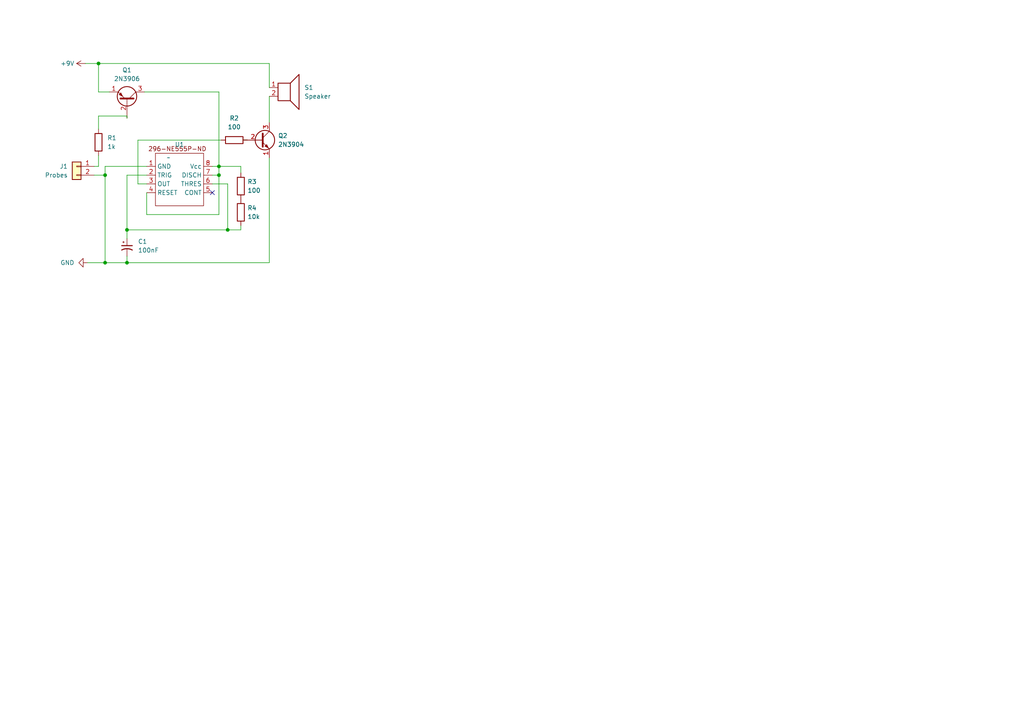
<source format=kicad_sch>
(kicad_sch (version 20230121) (generator eeschema)
  (paper "A4")
  (lib_symbols
    (symbol "Connector_Generic:Conn_01x02" (pin_names (offset 1.016) hide)
      (property "Reference" "J" (at 0 2.54 0))
      (property "Value" "Conn_01x02" (at 0 -5.08 0))
      (symbol "Conn_01x02_1_1"
        (rectangle (start -1.27 -2.413) (end 0 -2.667) (stroke (width 0.1524)))
        (rectangle (start -1.27 0.127) (end 0 -0.127) (stroke (width 0.1524)))
        (rectangle (start -1.27 1.27) (end 1.27 -3.81) (stroke (width 0.254)) (fill (type background)))
        (pin passive line (at -5.08 0 0) (length 3.81) (name "Pin_1") (number "1"))
        (pin passive line (at -5.08 -2.54 0) (length 3.81) (name "Pin_2") (number "2"))
      )
    )
    (symbol "Device:C_Polarized_Small_US" (pin_numbers hide) (pin_names (offset 0.254) hide)
      (property "Reference" "C" (at 0.254 1.778 0))
      (property "Value" "C_Polarized_Small_US" (at 0.254 -2.032 0))
      (symbol "C_Polarized_Small_US_0_1"
        (polyline (pts (xy -1.524 0.508) (xy 1.524 0.508)) (stroke (width 0.3048)))
        (polyline (pts (xy -1.27 1.524) (xy -0.762 1.524)))
        (polyline (pts (xy -1.016 1.27) (xy -1.016 1.778)))
        (arc (start 1.524 -0.762) (mid 0 -0.3734) (end -1.524 -0.762) (stroke (width 0.3048)))
      )
      (symbol "C_Polarized_Small_US_1_1"
        (pin passive line (at 0 2.54 270) (length 2.032) (name "~") (number "1"))
        (pin passive line (at 0 -2.54 90) (length 2.032) (name "~") (number "2"))
      )
    )
    (symbol "Device:R" (pin_numbers hide) (pin_names (offset 0))
      (property "Reference" "R" (at 2.032 0 90))
      (property "Value" "R" (at 0 0 90))
      (symbol "R_0_1"
        (rectangle (start -1.016 -2.54) (end 1.016 2.54) (stroke (width 0.254)))
      )
      (symbol "R_1_1"
        (pin passive line (at 0 3.81 270) (length 1.27) (name "~") (number "1"))
        (pin passive line (at 0 -3.81 90) (length 1.27) (name "~") (number "2"))
      )
    )
    (symbol "Device:Speaker" (pin_names (offset 0) hide)
      (property "Reference" "LS" (at 1.27 5.715 0))
      (property "Value" "Speaker" (at 1.27 3.81 0))
      (symbol "Speaker_0_0"
        (rectangle (start -2.54 1.27) (end 1.016 -3.81) (stroke (width 0.254)))
        (polyline (pts (xy 1.016 1.27) (xy 3.556 3.81) (xy 3.556 -6.35) (xy 1.016 -3.81)) (stroke (width 0.254)))
      )
      (symbol "Speaker_1_1"
        (pin input line (at -5.08 0 0) (length 2.54) (name "1") (number "1"))
        (pin input line (at -5.08 -2.54 0) (length 2.54) (name "2") (number "2"))
      )
    )
    (symbol "Transistor_BJT:2N3904" (pin_names (offset 0) hide)
      (property "Reference" "Q" (at 5.08 1.905 0))
      (property "Value" "2N3904" (at 5.08 0 0))
      (symbol "2N3904_0_1"
        (polyline (pts (xy 0.635 0.635) (xy 2.54 2.54)))
        (polyline (pts (xy 0.635 -0.635) (xy 2.54 -2.54) (xy 2.54 -2.54)))
        (polyline (pts (xy 0.635 1.905) (xy 0.635 -1.905) (xy 0.635 -1.905)) (stroke (width 0.508)))
        (polyline (pts (xy 1.27 -1.778) (xy 1.778 -1.27) (xy 2.286 -2.286) (xy 1.27 -1.778) (xy 1.27 -1.778)) (fill (type outline)))
        (circle (center 1.27 0) (radius 2.8194) (stroke (width 0.254)))
      )
      (symbol "2N3904_1_1"
        (pin passive line (at 2.54 -5.08 90) (length 2.54) (name "E") (number "1"))
        (pin passive line (at -5.08 0 0) (length 5.715) (name "B") (number "2"))
        (pin passive line (at 2.54 5.08 270) (length 2.54) (name "C") (number "3"))
      )
    )
    (symbol "Transistor_BJT:2N3906" (pin_names (offset 0) hide)
      (property "Reference" "Q" (at 5.08 1.905 0))
      (property "Value" "2N3906" (at 5.08 0 0))
      (symbol "2N3906_0_1"
        (polyline (pts (xy 0.635 0.635) (xy 2.54 2.54)))
        (polyline (pts (xy 0.635 -0.635) (xy 2.54 -2.54) (xy 2.54 -2.54)))
        (polyline (pts (xy 0.635 1.905) (xy 0.635 -1.905) (xy 0.635 -1.905)) (stroke (width 0.508)))
        (polyline (pts (xy 2.286 -1.778) (xy 1.778 -2.286) (xy 1.27 -1.27) (xy 2.286 -1.778) (xy 2.286 -1.778)) (fill (type outline)))
        (circle (center 1.27 0) (radius 2.8194) (stroke (width 0.254)))
      )
      (symbol "2N3906_1_1"
        (pin passive line (at 2.54 -5.08 90) (length 2.54) (name "E") (number "1"))
        (pin input line (at -5.08 0 0) (length 5.715) (name "B") (number "2"))
        (pin passive line (at 2.54 5.08 270) (length 2.54) (name "C") (number "3"))
      )
    )
    (symbol "power:+9V" (power) (pin_names (offset 0))
      (property "Value" "+9V" (at 0 3.556 0))
      (symbol "+9V_0_1"
        (polyline (pts (xy -0.762 1.27) (xy 0 2.54)))
        (polyline (pts (xy 0 0) (xy 0 2.54)))
        (polyline (pts (xy 0 2.54) (xy 0.762 1.27)))
      )
      (symbol "+9V_1_1"
        (pin power_in line (at 0 0 90) (length 0) hide (name "+9V") (number "1"))
      )
    )
    (symbol "power:GND" (power) (pin_names (offset 0))
      (property "Value" "GND" (at 0 -3.81 0))
      (symbol "GND_0_1"
        (polyline (pts (xy 0 0) (xy 0 -1.27) (xy 1.27 -1.27) (xy 0 -2.54) (xy -1.27 -1.27) (xy 0 -1.27)))
      )
      (symbol "GND_1_1"
        (pin power_in line (at 0 0 270) (length 0) hide (name "GND") (number "1"))
      )
    )
    (symbol "za3k:NE555-DIP"
      (property "Reference" "U" (at -1.27 11.43 0))
      (symbol "NE555-DIP_0_1"
        (rectangle (start -7.62 7.62) (end 6.35 -7.62))
      )
      (symbol "NE555-DIP_1_1"
        (text "296-NE555P-ND" (at -1.27 8.89 0) (effects (font (size 1.27 1.27))))
        (pin input line (at -10.16 3.81 0) (length 2.54) (name "GND") (number "1"))
        (pin input line (at -10.16 1.27 0) (length 2.54) (name "TRIG") (number "2"))
        (pin input line (at -10.16 -1.27 0) (length 2.54) (name "OUT") (number "3"))
        (pin input line (at -10.16 -3.81 0) (length 2.54) (name "RESET") (number "4"))
        (pin input line (at 8.89 -3.81 180) (length 2.54) (name "CONT") (number "5"))
        (pin input line (at 8.89 -1.27 180) (length 2.54) (name "THRES") (number "6"))
        (pin input line (at 8.89 1.27 180) (length 2.54) (name "DISCH") (number "7"))
        (pin input line (at 8.89 3.81 180) (length 2.54) (name "Vcc") (number "8"))
      )
    )
  )
  (junction (at 28.575 18.415))
  (junction (at 63.5 50.8))
  (junction (at 30.48 50.8))
  (junction (at 63.5 48.26))
  (junction (at 66.04 66.675))
  (junction (at 36.83 66.675))
  (junction (at 30.48 76.2))
  (junction (at 36.83 76.2))
  (no_connect (at 61.595 55.88))
  (wire (pts (xy 42.545 48.26) (xy 30.48 48.26)))
  (wire (pts (xy 36.83 50.8) (xy 42.545 50.8)))
  (wire (pts (xy 36.83 76.2) (xy 78.105 76.2)))
  (wire (pts (xy 69.85 48.26) (xy 69.85 50.165)))
  (wire (pts (xy 36.83 66.675) (xy 66.04 66.675)))
  (wire (pts (xy 36.83 33.655) (xy 36.83 34.29)))
  (wire (pts (xy 36.83 33.655) (xy 28.575 33.655)))
  (wire (pts (xy 36.83 76.2) (xy 36.83 74.295)))
  (wire (pts (xy 69.85 48.26) (xy 63.5 48.26)))
  (wire (pts (xy 25.4 76.2) (xy 30.48 76.2)))
  (wire (pts (xy 66.04 66.675) (xy 66.04 53.34)))
  (wire (pts (xy 30.48 50.8) (xy 30.48 76.2)))
  (wire (pts (xy 63.5 50.8) (xy 61.595 50.8)))
  (wire (pts (xy 61.595 53.34) (xy 66.04 53.34)))
  (wire (pts (xy 71.755 40.64) (xy 70.485 40.64)))
  (wire (pts (xy 27.305 50.8) (xy 30.48 50.8)))
  (wire (pts (xy 28.575 26.67) (xy 31.75 26.67)))
  (wire (pts (xy 40.005 40.64) (xy 64.135 40.64)))
  (wire (pts (xy 36.83 50.8) (xy 36.83 66.675)))
  (wire (pts (xy 63.5 48.26) (xy 63.5 50.8)))
  (wire (pts (xy 78.105 25.4) (xy 78.105 18.415)))
  (wire (pts (xy 28.575 48.26) (xy 27.305 48.26)))
  (wire (pts (xy 40.005 40.64) (xy 40.005 53.34)))
  (wire (pts (xy 28.575 18.415) (xy 24.765 18.415)))
  (wire (pts (xy 42.545 55.88) (xy 42.545 62.23)))
  (wire (pts (xy 61.595 48.26) (xy 63.5 48.26)))
  (wire (pts (xy 30.48 76.2) (xy 36.83 76.2)))
  (wire (pts (xy 40.005 53.34) (xy 42.545 53.34)))
  (wire (pts (xy 30.48 48.26) (xy 30.48 50.8)))
  (wire (pts (xy 63.5 26.67) (xy 63.5 48.26)))
  (wire (pts (xy 63.5 50.8) (xy 63.5 62.23)))
  (wire (pts (xy 69.85 66.675) (xy 69.85 65.405)))
  (wire (pts (xy 28.575 45.085) (xy 28.575 48.26)))
  (wire (pts (xy 78.105 45.72) (xy 78.105 76.2)))
  (wire (pts (xy 36.83 66.675) (xy 36.83 69.215)))
  (wire (pts (xy 28.575 18.415) (xy 28.575 26.67)))
  (wire (pts (xy 28.575 18.415) (xy 78.105 18.415)))
  (wire (pts (xy 63.5 26.67) (xy 41.91 26.67)))
  (wire (pts (xy 66.04 66.675) (xy 69.85 66.675)))
  (wire (pts (xy 63.5 62.23) (xy 42.545 62.23)))
  (wire (pts (xy 28.575 33.655) (xy 28.575 37.465)))
  (wire (pts (xy 78.105 27.94) (xy 78.105 35.56)))
  (symbol (lib_id "Device:C_Polarized_Small_US") (at 36.83 71.755 0) (unit 1)
    (property "Reference" "C1" (at 40.005 70.0532 0) (effects (justify left)))
    (property "Value" "100nF" (at 40.005 72.5932 0) (effects (justify left)))
    (property "Footprint" "Capacitor_THT:C_Disc_D6.0mm_W2.5mm_P5.00mm" (effects hide))
  )
  (symbol (lib_id "Device:R") (at 67.945 40.64 90) (unit 1)
    (property "Reference" "R2" (at 67.945 34.29 90))
    (property "Value" "100" (at 67.945 36.83 90))
    (property "Footprint" "Resistor_THT:R_Axial_DIN0207_L6.3mm_D2.5mm_P10.16mm_Horizontal" (effects hide))
  )
  (symbol (lib_id "Device:R") (at 69.85 53.975 0) (unit 1)
    (property "Reference" "R3" (at 71.755 52.705 0) (effects (justify left)))
    (property "Value" "100" (at 71.755 55.245 0) (effects (justify left)))
    (property "Footprint" "Resistor_THT:R_Axial_DIN0207_L6.3mm_D2.5mm_P10.16mm_Horizontal" (effects hide))
  )
  (symbol (lib_id "Connector_Generic:Conn_01x02") (at 22.225 48.26 0) (mirror y) (unit 1)
    (property "Reference" "J1" (at 19.685 48.26 0) (effects (justify left)))
    (property "Value" "Probes" (at 19.685 50.8 0) (effects (justify left)))
    (property "Footprint" "Connector_PinSocket_2.54mm:PinSocket_1x02_P2.54mm_Vertical" (effects hide))
  )
  (symbol (lib_id "za3k:NE555-DIP") (at 52.705 52.07 0) (unit 1)
    (property "Reference" "U1" (at 52.07 41.91 0))
    (property "Value" "~" (at 48.895 45.72 0))
    (property "Footprint" "Package_DIP:DIP-8_W7.62mm" (effects hide))
  )
  (symbol (lib_id "Device:R") (at 28.575 41.275 0) (unit 1)
    (property "Reference" "R1" (at 31.115 40.005 0) (effects (justify left)))
    (property "Value" "1k" (at 31.115 42.545 0) (effects (justify left)))
    (property "Footprint" "Resistor_THT:R_Axial_DIN0207_L6.3mm_D2.5mm_P10.16mm_Horizontal" (effects hide))
  )
  (symbol (lib_id "power:GND") (at 25.4 76.2 270) (unit 1)
    (property "Reference" "#PWR03" (effects hide))
    (property "Value" "GND" (at 21.59 76.2 90) (effects (justify right)))
  )
  (symbol (lib_id "Device:R") (at 69.85 61.595 0) (unit 1)
    (property "Reference" "R4" (at 71.755 60.325 0) (effects (justify left)))
    (property "Value" "10k" (at 71.755 62.865 0) (effects (justify left)))
    (property "Footprint" "Resistor_THT:R_Axial_DIN0207_L6.3mm_D2.5mm_P10.16mm_Horizontal" (effects hide))
  )
  (symbol (lib_id "Device:Speaker") (at 83.185 25.4 0) (unit 1)
    (property "Reference" "S1" (at 88.265 25.4 0) (effects (justify left)))
    (property "Value" "Speaker" (at 88.265 27.94 0) (effects (justify left)))
    (property "Footprint" "Connector_PinSocket_2.54mm:PinSocket_1x02_P2.54mm_Vertical" (effects hide))
  )
  (symbol (lib_id "power:+9V") (at 24.765 18.415 90) (unit 1)
    (property "Reference" "#PWR01" (effects hide))
    (property "Value" "+9V" (at 21.59 18.415 90) (effects (justify left)))
  )
  (symbol (lib_id "Transistor_BJT:2N3904") (at 75.565 40.64 0) (unit 1)
    (property "Reference" "Q2" (at 80.645 39.37 0) (effects (justify left)))
    (property "Value" "2N3904" (at 80.645 41.91 0) (effects (justify left)))
    (property "Footprint" "Package_TO_SOT_THT:TO-92_Inline" (effects hide))
    (property "Datasheet" "https://www.onsemi.com/pub/Collateral/2N3903-D.PDF" (effects hide))
  )
  (symbol (lib_id "Transistor_BJT:2N3906") (at 36.83 29.21 270) (mirror x) (unit 1)
    (property "Reference" "Q1" (at 36.83 20.32 90))
    (property "Value" "2N3906" (at 36.83 22.86 90))
    (property "Footprint" "Package_TO_SOT_THT:TO-92_Inline" (effects hide))
    (property "Datasheet" "https://www.onsemi.com/pub/Collateral/2N3906-D.PDF" (effects hide))
  )
)
</source>
